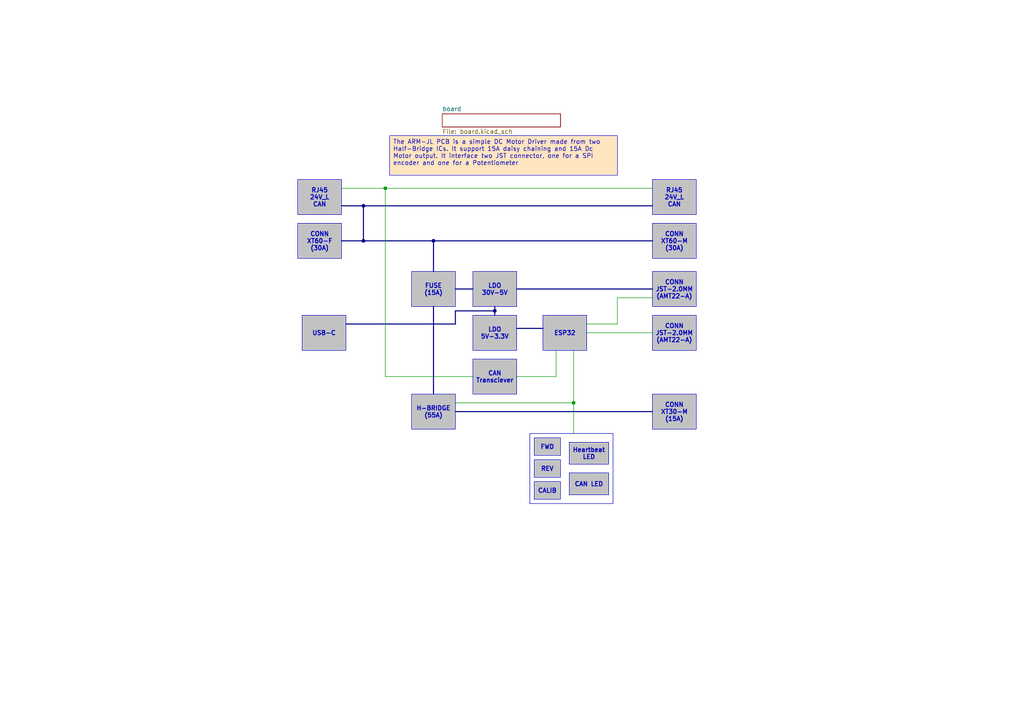
<source format=kicad_sch>
(kicad_sch
	(version 20231120)
	(generator "eeschema")
	(generator_version "8.0")
	(uuid "ea96555f-a650-48ef-b94f-b65180d69193")
	(paper "A4")
	(title_block
		(title "ARM-JL Driver")
		(date "2025-02-03")
		(rev "REV0")
		(company "RobotiqueUdeS")
		(comment 1 "Made by Philippe Michaud")
	)
	(lib_symbols)
	(junction
		(at 166.37 116.84)
		(diameter 0)
		(color 0 0 0 0)
		(uuid "008f2815-581e-4df4-b16b-06e87372c3c8")
	)
	(junction
		(at 105.41 59.69)
		(diameter 0)
		(color 0 0 0 0)
		(uuid "088c7375-f43e-48bf-9259-606db918fb33")
	)
	(junction
		(at 143.51 90.17)
		(diameter 0)
		(color 0 0 0 0)
		(uuid "1c4cbf27-194a-4468-b41f-4250e92f2ae4")
	)
	(junction
		(at 105.41 69.85)
		(diameter 0)
		(color 0 0 0 0)
		(uuid "1c78e66e-6c76-4def-a1b6-04da585f8a10")
	)
	(junction
		(at 111.76 54.61)
		(diameter 0)
		(color 0 0 0 0)
		(uuid "480612be-187f-4a7a-8331-159c58ff340d")
	)
	(junction
		(at 125.73 69.85)
		(diameter 0)
		(color 0 0 0 0)
		(uuid "cc7a919d-c12e-419c-a6bc-41b00d71394e")
	)
	(wire
		(pts
			(xy 170.18 96.52) (xy 189.23 96.52)
		)
		(stroke
			(width 0)
			(type default)
		)
		(uuid "03756032-6fcc-4140-87f1-73b2b763af41")
	)
	(wire
		(pts
			(xy 179.07 86.36) (xy 179.07 93.98)
		)
		(stroke
			(width 0)
			(type default)
		)
		(uuid "0f894acb-8d83-4ce8-a27c-f3bc9d6c0bd6")
	)
	(wire
		(pts
			(xy 179.07 86.36) (xy 189.23 86.36)
		)
		(stroke
			(width 0)
			(type default)
		)
		(uuid "2eb2f890-c9ef-4f0e-ba83-1483c8c016c2")
	)
	(wire
		(pts
			(xy 170.18 93.98) (xy 179.07 93.98)
		)
		(stroke
			(width 0)
			(type default)
		)
		(uuid "32392046-17ec-4be9-a508-3b2d915702e9")
	)
	(bus
		(pts
			(xy 132.08 90.17) (xy 143.51 90.17)
		)
		(stroke
			(width 0)
			(type default)
		)
		(uuid "34a3cd22-1da9-4738-8d21-e641d52e7fb8")
	)
	(bus
		(pts
			(xy 99.06 59.69) (xy 105.41 59.69)
		)
		(stroke
			(width 0)
			(type default)
		)
		(uuid "395f8e9b-33fa-44fc-85fa-4d017d7a2965")
	)
	(wire
		(pts
			(xy 161.29 101.6) (xy 161.29 109.22)
		)
		(stroke
			(width 0)
			(type default)
		)
		(uuid "3ff5d838-b4ea-4966-a8a2-52ae37cf37d5")
	)
	(bus
		(pts
			(xy 149.86 95.25) (xy 157.48 95.25)
		)
		(stroke
			(width 0)
			(type default)
		)
		(uuid "435f450f-d253-48f4-90b9-9f09158a8779")
	)
	(bus
		(pts
			(xy 105.41 69.85) (xy 125.73 69.85)
		)
		(stroke
			(width 0)
			(type default)
		)
		(uuid "4f48d44c-33a4-4f78-8748-a78cdd38d605")
	)
	(bus
		(pts
			(xy 132.08 93.98) (xy 132.08 90.17)
		)
		(stroke
			(width 0)
			(type default)
		)
		(uuid "53dd006f-4309-4231-ad0e-32765262b844")
	)
	(bus
		(pts
			(xy 125.73 88.9) (xy 125.73 114.3)
		)
		(stroke
			(width 0)
			(type default)
		)
		(uuid "54794879-68fc-4853-a1f1-f44cb1ce4cb8")
	)
	(bus
		(pts
			(xy 132.08 83.82) (xy 137.16 83.82)
		)
		(stroke
			(width 0)
			(type default)
		)
		(uuid "5a834fe6-7f3b-4011-8d57-30d83d614935")
	)
	(wire
		(pts
			(xy 111.76 54.61) (xy 189.23 54.61)
		)
		(stroke
			(width 0)
			(type default)
		)
		(uuid "611810bd-d2e5-444b-93d8-95b7a5c1c7fc")
	)
	(bus
		(pts
			(xy 105.41 59.69) (xy 189.23 59.69)
		)
		(stroke
			(width 0)
			(type default)
		)
		(uuid "6fe4120a-468e-49aa-86ad-42507b73c95f")
	)
	(wire
		(pts
			(xy 132.08 116.84) (xy 166.37 116.84)
		)
		(stroke
			(width 0)
			(type default)
		)
		(uuid "74e3e09f-56f2-492f-a830-aec7d7dc0f43")
	)
	(bus
		(pts
			(xy 125.73 69.85) (xy 189.23 69.85)
		)
		(stroke
			(width 0)
			(type default)
		)
		(uuid "7e890b6c-ec0e-4432-8781-3a9e4f8d441b")
	)
	(wire
		(pts
			(xy 111.76 54.61) (xy 111.76 109.22)
		)
		(stroke
			(width 0)
			(type default)
		)
		(uuid "7f13cf6c-25af-4b32-93ef-0c3854838ead")
	)
	(bus
		(pts
			(xy 105.41 59.69) (xy 105.41 69.85)
		)
		(stroke
			(width 0)
			(type default)
		)
		(uuid "88c7ffdd-39b9-4239-a86a-3dac90fd40f3")
	)
	(wire
		(pts
			(xy 166.37 116.84) (xy 166.37 125.73)
		)
		(stroke
			(width 0)
			(type default)
		)
		(uuid "8c44dfff-1394-4511-8a57-a05db78fe015")
	)
	(bus
		(pts
			(xy 100.33 93.98) (xy 132.08 93.98)
		)
		(stroke
			(width 0)
			(type default)
		)
		(uuid "974d3852-42df-4c7d-b60c-61f8c8024f67")
	)
	(bus
		(pts
			(xy 125.73 69.85) (xy 125.73 78.74)
		)
		(stroke
			(width 0)
			(type default)
		)
		(uuid "9af55c88-de94-4433-8259-b28a7036a1ea")
	)
	(bus
		(pts
			(xy 143.51 90.17) (xy 143.51 91.44)
		)
		(stroke
			(width 0)
			(type default)
		)
		(uuid "a273b0fd-ce96-40dc-8eed-68a5082d1316")
	)
	(bus
		(pts
			(xy 143.51 88.9) (xy 143.51 90.17)
		)
		(stroke
			(width 0)
			(type default)
		)
		(uuid "b0f493a5-902b-46b2-bd2a-cb64e3762f19")
	)
	(wire
		(pts
			(xy 149.86 109.22) (xy 161.29 109.22)
		)
		(stroke
			(width 0)
			(type default)
		)
		(uuid "c475d92c-f41c-4df1-9fd3-d8e4398b3e31")
	)
	(bus
		(pts
			(xy 132.08 119.38) (xy 189.23 119.38)
		)
		(stroke
			(width 0)
			(type default)
		)
		(uuid "cd7bafe2-041f-45b0-8b8f-55455b35e70b")
	)
	(wire
		(pts
			(xy 99.06 54.61) (xy 111.76 54.61)
		)
		(stroke
			(width 0)
			(type default)
		)
		(uuid "d06e9f55-c3c6-4f81-b575-407630cb03bb")
	)
	(wire
		(pts
			(xy 166.37 101.6) (xy 166.37 116.84)
		)
		(stroke
			(width 0)
			(type default)
		)
		(uuid "e4a6b656-1d8f-44b6-9700-e3aa631b340d")
	)
	(bus
		(pts
			(xy 149.86 83.82) (xy 189.23 83.82)
		)
		(stroke
			(width 0)
			(type default)
		)
		(uuid "e874e9f3-f075-4ccf-aa29-9a99bc736c0b")
	)
	(wire
		(pts
			(xy 111.76 109.22) (xy 137.16 109.22)
		)
		(stroke
			(width 0)
			(type default)
		)
		(uuid "ee9ac324-24c4-4dfe-8780-75fafb33216c")
	)
	(bus
		(pts
			(xy 99.06 69.85) (xy 105.41 69.85)
		)
		(stroke
			(width 0)
			(type default)
		)
		(uuid "f7a40bbe-7d6e-4062-b2f8-b963e7846cc2")
	)
	(rectangle
		(start 153.67 125.73)
		(end 177.8 146.05)
		(stroke
			(width 0)
			(type default)
		)
		(fill
			(type none)
		)
		(uuid 12e5b479-4585-46f1-b250-22ee36b73df1)
	)
	(text_box "LDO 30V-5V"
		(exclude_from_sim yes)
		(at 137.16 78.74 0)
		(size 12.7 10.16)
		(stroke
			(width 0)
			(type default)
		)
		(fill
			(type color)
			(color 194 194 194 1)
		)
		(effects
			(font
				(size 1.27 1.27)
				(thickness 0.254)
				(bold yes)
			)
		)
		(uuid "10246a36-648e-4808-833d-0ab78020915d")
	)
	(text_box "REV"
		(exclude_from_sim yes)
		(at 154.94 133.35 0)
		(size 7.62 5.08)
		(stroke
			(width 0)
			(type default)
		)
		(fill
			(type color)
			(color 194 194 194 1)
		)
		(effects
			(font
				(size 1.27 1.27)
				(thickness 0.254)
				(bold yes)
			)
		)
		(uuid "204c56f5-3bf0-4df1-98a9-1ed77e686f95")
	)
	(text_box "CONN\nXT60-M\n(30A)"
		(exclude_from_sim yes)
		(at 189.23 64.77 0)
		(size 12.7 10.16)
		(stroke
			(width 0)
			(type default)
		)
		(fill
			(type color)
			(color 194 194 194 1)
		)
		(effects
			(font
				(size 1.27 1.27)
				(thickness 0.254)
				(bold yes)
			)
		)
		(uuid "2bd30575-fa06-4ef7-932b-a3ed2b007c4a")
	)
	(text_box "FWD"
		(exclude_from_sim yes)
		(at 154.94 127 0)
		(size 7.62 5.08)
		(stroke
			(width 0)
			(type default)
		)
		(fill
			(type color)
			(color 194 194 194 1)
		)
		(effects
			(font
				(size 1.27 1.27)
				(thickness 0.254)
				(bold yes)
			)
		)
		(uuid "34b3e626-406f-4d0a-a4d9-3bbf5d95a44d")
	)
	(text_box "RJ45\n24V_L\nCAN"
		(exclude_from_sim yes)
		(at 86.36 52.07 0)
		(size 12.7 10.16)
		(stroke
			(width 0)
			(type default)
		)
		(fill
			(type color)
			(color 194 194 194 1)
		)
		(effects
			(font
				(size 1.27 1.27)
				(thickness 0.254)
				(bold yes)
			)
		)
		(uuid "34df8e60-1d72-4f0a-b1e3-66445df0318d")
	)
	(text_box "FUSE\n(15A)"
		(exclude_from_sim yes)
		(at 119.38 78.74 0)
		(size 12.7 10.16)
		(stroke
			(width 0)
			(type default)
		)
		(fill
			(type color)
			(color 194 194 194 1)
		)
		(effects
			(font
				(size 1.27 1.27)
				(thickness 0.254)
				(bold yes)
			)
		)
		(uuid "3991c029-854e-4361-a1e5-a43ee05a08a7")
	)
	(text_box "CAN LED"
		(exclude_from_sim yes)
		(at 165.1 137.16 0)
		(size 11.43 6.35)
		(stroke
			(width 0)
			(type default)
		)
		(fill
			(type color)
			(color 194 194 194 1)
		)
		(effects
			(font
				(size 1.27 1.27)
				(thickness 0.254)
				(bold yes)
			)
		)
		(uuid "4b1c46eb-e0f4-4c0d-a454-d3f6d93ce1b4")
	)
	(text_box "CONN\nJST-2.0MM\n(AMT22-A)"
		(exclude_from_sim yes)
		(at 189.23 78.74 0)
		(size 12.7 10.16)
		(stroke
			(width 0)
			(type default)
		)
		(fill
			(type color)
			(color 194 194 194 1)
		)
		(effects
			(font
				(size 1.27 1.27)
				(thickness 0.254)
				(bold yes)
			)
		)
		(uuid "50ebf2e6-e6a5-4b88-8271-39e044543d78")
	)
	(text_box "H-BRIDGE\n(55A)"
		(exclude_from_sim yes)
		(at 119.38 114.3 0)
		(size 12.7 10.16)
		(stroke
			(width 0)
			(type default)
		)
		(fill
			(type color)
			(color 194 194 194 1)
		)
		(effects
			(font
				(size 1.27 1.27)
				(thickness 0.254)
				(bold yes)
			)
		)
		(uuid "6745abf5-6e73-4eca-ac00-b2ddc0f14e7d")
	)
	(text_box "Heartbeat LED"
		(exclude_from_sim yes)
		(at 165.1 128.27 0)
		(size 11.43 6.35)
		(stroke
			(width 0)
			(type default)
		)
		(fill
			(type color)
			(color 194 194 194 1)
		)
		(effects
			(font
				(size 1.27 1.27)
				(thickness 0.254)
				(bold yes)
			)
		)
		(uuid "6ae94ec2-1e9f-4f97-9e39-ad194e02f0bf")
	)
	(text_box "CONN\nXT60-F\n(30A)"
		(exclude_from_sim yes)
		(at 86.36 64.77 0)
		(size 12.7 10.16)
		(stroke
			(width 0)
			(type default)
		)
		(fill
			(type color)
			(color 194 194 194 1)
		)
		(effects
			(font
				(size 1.27 1.27)
				(thickness 0.254)
				(bold yes)
			)
		)
		(uuid "6b22c36d-5185-4778-95ef-b69b92d84b87")
	)
	(text_box "CAN Transciever"
		(exclude_from_sim yes)
		(at 137.16 104.14 0)
		(size 12.7 10.16)
		(stroke
			(width 0)
			(type default)
		)
		(fill
			(type color)
			(color 194 194 194 1)
		)
		(effects
			(font
				(size 1.27 1.27)
				(thickness 0.254)
				(bold yes)
			)
		)
		(uuid "73365bc9-9059-4b20-96dd-a6b87eccb425")
	)
	(text_box "USB-C"
		(exclude_from_sim yes)
		(at 87.63 91.44 0)
		(size 12.7 10.16)
		(stroke
			(width 0)
			(type default)
		)
		(fill
			(type color)
			(color 194 194 194 1)
		)
		(effects
			(font
				(size 1.27 1.27)
				(thickness 0.254)
				(bold yes)
			)
		)
		(uuid "894898e1-645c-419e-8507-d1ad1a3b9674")
	)
	(text_box "CONN\nJST-2.0MM\n(AMT22-A)"
		(exclude_from_sim yes)
		(at 189.23 91.44 0)
		(size 12.7 10.16)
		(stroke
			(width 0)
			(type default)
		)
		(fill
			(type color)
			(color 194 194 194 1)
		)
		(effects
			(font
				(size 1.27 1.27)
				(thickness 0.254)
				(bold yes)
			)
		)
		(uuid "9a4a7a9d-c14b-43ff-9079-9e8897dcaaf2")
	)
	(text_box "The ARM-JL PCB is a simple DC Motor Driver made from two Half-Bridge ICs. It support 15A daisy chaining and 15A Dc Motor output. It interface two JST connector, one for a SPI encoder and one for a Potentiometer"
		(exclude_from_sim no)
		(at 113.03 39.37 0)
		(size 66.04 11.43)
		(stroke
			(width 0)
			(type default)
		)
		(fill
			(type color)
			(color 255 229 191 1)
		)
		(effects
			(font
				(size 1.27 1.27)
			)
			(justify left top)
		)
		(uuid "b0effda7-8eca-4804-9db4-aef67640b71b")
	)
	(text_box "LDO 5V-3.3V"
		(exclude_from_sim yes)
		(at 137.16 91.44 0)
		(size 12.7 10.16)
		(stroke
			(width 0)
			(type default)
		)
		(fill
			(type color)
			(color 194 194 194 1)
		)
		(effects
			(font
				(size 1.27 1.27)
				(thickness 0.254)
				(bold yes)
			)
		)
		(uuid "c57f2733-a936-4d0c-97d8-3951bfd36185")
	)
	(text_box "CALIB"
		(exclude_from_sim yes)
		(at 154.94 139.7 0)
		(size 7.62 5.08)
		(stroke
			(width 0)
			(type default)
		)
		(fill
			(type color)
			(color 194 194 194 1)
		)
		(effects
			(font
				(size 1.27 1.27)
				(thickness 0.254)
				(bold yes)
			)
		)
		(uuid "c714e495-77c6-4b45-9af2-fce12dc1d77a")
	)
	(text_box "RJ45\n24V_L\nCAN"
		(exclude_from_sim yes)
		(at 189.23 52.07 0)
		(size 12.7 10.16)
		(stroke
			(width 0)
			(type default)
		)
		(fill
			(type color)
			(color 194 194 194 1)
		)
		(effects
			(font
				(size 1.27 1.27)
				(thickness 0.254)
				(bold yes)
			)
		)
		(uuid "d4a356e8-7da8-48e6-93d2-7d3015559bea")
	)
	(text_box "ESP32"
		(exclude_from_sim yes)
		(at 157.48 91.44 0)
		(size 12.7 10.16)
		(stroke
			(width 0)
			(type default)
		)
		(fill
			(type color)
			(color 194 194 194 1)
		)
		(effects
			(font
				(size 1.27 1.27)
				(thickness 0.254)
				(bold yes)
			)
		)
		(uuid "e0848102-5fe6-4c08-a59c-a5d0fb2d74f3")
	)
	(text_box "CONN\nXT30-M\n(15A)"
		(exclude_from_sim yes)
		(at 189.23 114.3 0)
		(size 12.7 10.16)
		(stroke
			(width 0)
			(type default)
		)
		(fill
			(type color)
			(color 194 194 194 1)
		)
		(effects
			(font
				(size 1.27 1.27)
				(thickness 0.254)
				(bold yes)
			)
		)
		(uuid "e8c91fbf-6773-4b75-9fcc-48de861f3674")
	)
	(sheet
		(at 128.27 33.02)
		(size 34.29 3.81)
		(fields_autoplaced yes)
		(stroke
			(width 0.1524)
			(type solid)
		)
		(fill
			(color 0 0 0 0.0000)
		)
		(uuid "f8cb5055-73a1-4708-9add-8b73c04101c0")
		(property "Sheetname" "board"
			(at 128.27 32.3084 0)
			(effects
				(font
					(size 1.27 1.27)
				)
				(justify left bottom)
			)
		)
		(property "Sheetfile" "board.kicad_sch"
			(at 128.27 37.4146 0)
			(effects
				(font
					(size 1.27 1.27)
				)
				(justify left top)
			)
		)
		(instances
			(project "ARM-JL"
				(path "/ea96555f-a650-48ef-b94f-b65180d69193"
					(page "2")
				)
			)
		)
	)
	(sheet_instances
		(path "/"
			(page "1")
		)
	)
)

</source>
